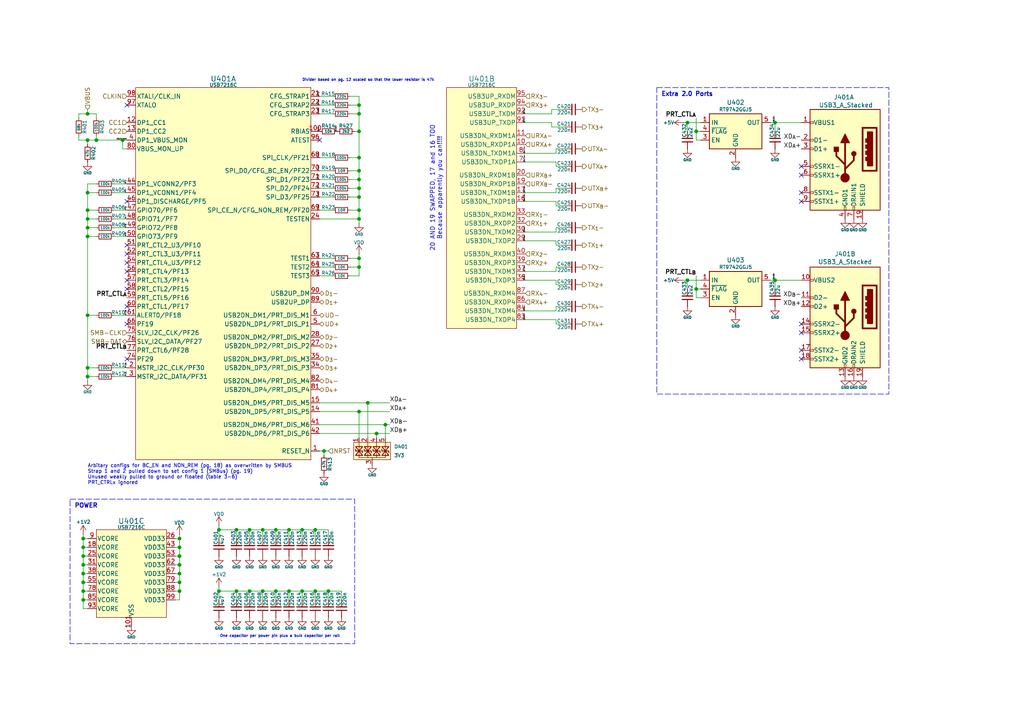
<source format=kicad_sch>
(kicad_sch (version 20250114) (generator "eeschema") (generator_version "9.0")
  (paper "A4")
  (rectangle (start 190.5 25.4) (end 257.81 114.3) (stroke (width 0) (type dash)))
  (rectangle (start 20.32 144.78) (end 102.87 186.69) (stroke (width 0) (type dash)))
  (text "Extra 2.0 Ports" (at 191.77 26.67 0) (effects (font (size 1.27 1.27) (thickness 0.254) (bold yes)) (justify left top)))
  (text "One capacitor per power pin plus a bulk capacitor per rail" (at 63.754 184.15 0) (effects (font (size 0.762 0.762)) (justify left top)))
  (text "20 AND 19 SWAPPED, 17 and 16 TOO\nBecause apparently you can!!!!" (at 126.492 54.61 90) (effects (font (size 1.27 1.27))))
  (text "Divider based on pg. 12 scaled so that the lower resistor is 47k" (at 87.63 22.86 0) (effects (font (size 0.762 0.762)) (justify left top)))
  (text "Arbitary configs for BC_EN and NON_REM (pg. 18) as overwritten by SMBUS\nStrap 1 and 2 pulled down to set config 1 (SMBus) (pg. 19)\nUnused weakly pulled to ground or floated (table 3-6)\nPRT_CTRLx ignored" (at 25.4 134.62 0) (effects (font (size 1.016 1.016)) (justify left top)))
  (text "POWER" (at 21.59 146.05 0) (effects (font (size 1.27 1.27) (thickness 0.254) (bold yes)) (justify left top)))
  (junction (at 91.44 153.67))
  (junction (at 25.4 63.5))
  (junction (at 24.13 163.83))
  (junction (at 25.4 40.64))
  (junction (at 24.13 161.29))
  (junction (at 27.94 40.64))
  (junction (at 104.14 74.93))
  (junction (at 95.25 171.45))
  (junction (at 106.68 116.84))
  (junction (at 25.4 91.44))
  (junction (at 104.14 63.5))
  (junction (at 93.98 130.81))
  (junction (at 109.22 125.73))
  (junction (at 104.14 60.96))
  (junction (at 24.13 166.37))
  (junction (at 52.07 163.83))
  (junction (at 201.93 83.82))
  (junction (at 87.63 171.45))
  (junction (at 224.79 35.56))
  (junction (at 111.76 123.19))
  (junction (at 25.4 33.02))
  (junction (at 68.58 153.67))
  (junction (at 104.14 49.53))
  (junction (at 104.14 119.38))
  (junction (at 80.01 153.67))
  (junction (at 68.58 171.45))
  (junction (at 83.82 153.67))
  (junction (at 25.4 68.58))
  (junction (at 24.13 171.45))
  (junction (at 24.13 173.99))
  (junction (at 52.07 158.75))
  (junction (at 104.14 33.02))
  (junction (at 104.14 54.61))
  (junction (at 104.14 38.1))
  (junction (at 52.07 168.91))
  (junction (at 24.13 156.21))
  (junction (at 25.4 60.96))
  (junction (at 52.07 166.37))
  (junction (at 87.63 153.67))
  (junction (at 25.4 106.68))
  (junction (at 104.14 52.07))
  (junction (at 83.82 171.45))
  (junction (at 201.93 38.1))
  (junction (at 25.4 109.22))
  (junction (at 63.5 171.45))
  (junction (at 63.5 153.67))
  (junction (at 199.39 35.56))
  (junction (at 80.01 171.45))
  (junction (at 52.07 156.21))
  (junction (at 199.39 81.28))
  (junction (at 224.79 81.28))
  (junction (at 104.14 77.47))
  (junction (at 76.2 171.45))
  (junction (at 24.13 158.75))
  (junction (at 52.07 171.45))
  (junction (at 25.4 66.04))
  (junction (at 72.39 171.45))
  (junction (at 104.14 57.15))
  (junction (at 25.4 55.88))
  (junction (at 24.13 168.91))
  (junction (at 104.14 30.48))
  (junction (at 104.14 45.72))
  (junction (at 91.44 171.45))
  (junction (at 35.56 40.64))
  (junction (at 52.07 161.29))
  (junction (at 76.2 153.67))
  (junction (at 72.39 153.67))
  (no_connect (at 36.83 81.28))
  (no_connect (at 36.83 71.12))
  (no_connect (at 36.83 104.14))
  (no_connect (at 36.83 30.48))
  (no_connect (at 232.41 50.8))
  (no_connect (at 232.41 58.42))
  (no_connect (at 36.83 76.2))
  (no_connect (at 232.41 93.98))
  (no_connect (at 36.83 73.66))
  (no_connect (at 36.83 93.98))
  (no_connect (at 36.83 83.82))
  (no_connect (at 232.41 101.6))
  (no_connect (at 36.83 78.74))
  (no_connect (at 232.41 48.26))
  (no_connect (at 232.41 96.52))
  (no_connect (at 36.83 58.42))
  (no_connect (at 36.83 88.9))
  (no_connect (at 232.41 55.88))
  (no_connect (at 232.41 104.14))
  (no_connect (at 92.71 40.64))
  (wire (pts (xy 25.4 91.44) (xy 27.94 91.44)))
  (wire (pts (xy 83.82 171.45) (xy 83.82 173.99)))
  (wire (pts (xy 163.83 93.98) (xy 161.29 93.98)))
  (wire (pts (xy 35.56 40.64) (xy 27.94 40.64)))
  (wire (pts (xy 96.52 49.53) (xy 92.71 49.53)))
  (wire (pts (xy 104.14 60.96) (xy 101.6 60.96)))
  (wire (pts (xy 96.52 57.15) (xy 92.71 57.15)))
  (wire (pts (xy 163.83 54.61) (xy 161.29 54.61)))
  (wire (pts (xy 161.29 58.42) (xy 152.4 58.42)))
  (wire (pts (xy 224.79 81.28) (xy 232.41 81.28)))
  (wire (pts (xy 22.86 40.64) (xy 25.4 40.64)))
  (wire (pts (xy 104.14 52.07) (xy 104.14 54.61)))
  (wire (pts (xy 24.13 163.83) (xy 24.13 161.29)))
  (wire (pts (xy 22.86 39.37) (xy 22.86 40.64)))
  (wire (pts (xy 36.83 106.68) (xy 33.02 106.68)))
  (wire (pts (xy 161.29 77.47) (xy 161.29 78.74)))
  (wire (pts (xy 50.8 163.83) (xy 52.07 163.83)))
  (wire (pts (xy 25.4 33.02) (xy 22.86 33.02)))
  (wire (pts (xy 201.93 40.64) (xy 203.2 40.64)))
  (wire (pts (xy 95.25 130.81) (xy 93.98 130.81)))
  (wire (pts (xy 106.68 116.84) (xy 113.03 116.84)))
  (wire (pts (xy 27.94 34.29) (xy 27.94 33.02)))
  (wire (pts (xy 92.71 119.38) (xy 104.14 119.38)))
  (wire (pts (xy 36.83 55.88) (xy 33.02 55.88)))
  (wire (pts (xy 25.4 66.04) (xy 25.4 68.58)))
  (wire (pts (xy 104.14 33.02) (xy 101.6 33.02)))
  (wire (pts (xy 224.79 38.1) (xy 224.79 35.56)))
  (wire (pts (xy 163.83 77.47) (xy 161.29 77.47)))
  (wire (pts (xy 24.13 171.45) (xy 25.4 171.45)))
  (wire (pts (xy 224.79 35.56) (xy 232.41 35.56)))
  (wire (pts (xy 161.29 92.71) (xy 152.4 92.71)))
  (wire (pts (xy 25.4 55.88) (xy 25.4 60.96)))
  (wire (pts (xy 96.52 54.61) (xy 92.71 54.61)))
  (wire (pts (xy 52.07 158.75) (xy 52.07 156.21)))
  (wire (pts (xy 104.14 49.53) (xy 101.6 49.53)))
  (wire (pts (xy 25.4 176.53) (xy 24.13 176.53)))
  (wire (pts (xy 36.83 40.64) (xy 35.56 40.64)))
  (wire (pts (xy 95.25 153.67) (xy 95.25 156.21)))
  (wire (pts (xy 93.98 130.81) (xy 92.71 130.81)))
  (wire (pts (xy 52.07 154.94) (xy 52.07 156.21)))
  (wire (pts (xy 104.14 80.01) (xy 104.14 77.47)))
  (wire (pts (xy 36.83 68.58) (xy 33.02 68.58)))
  (wire (pts (xy 63.5 153.67) (xy 63.5 156.21)))
  (wire (pts (xy 201.93 86.36) (xy 203.2 86.36)))
  (wire (pts (xy 92.71 123.19) (xy 111.76 123.19)))
  (wire (pts (xy 52.07 161.29) (xy 52.07 158.75)))
  (wire (pts (xy 104.14 54.61) (xy 101.6 54.61)))
  (wire (pts (xy 91.44 171.45) (xy 91.44 173.99)))
  (wire (pts (xy 68.58 171.45) (xy 68.58 173.99)))
  (wire (pts (xy 83.82 153.67) (xy 83.82 156.21)))
  (wire (pts (xy 104.14 45.72) (xy 104.14 49.53)))
  (wire (pts (xy 104.14 60.96) (xy 104.14 63.5)))
  (wire (pts (xy 161.29 66.04) (xy 161.29 67.31)))
  (wire (pts (xy 96.52 74.93) (xy 92.71 74.93)))
  (wire (pts (xy 83.82 153.67) (xy 87.63 153.67)))
  (wire (pts (xy 87.63 153.67) (xy 87.63 156.21)))
  (wire (pts (xy 104.14 63.5) (xy 104.14 64.77)))
  (wire (pts (xy 80.01 153.67) (xy 83.82 153.67)))
  (wire (pts (xy 201.93 38.1) (xy 201.93 40.64)))
  (wire (pts (xy 109.22 125.73) (xy 113.03 125.73)))
  (wire (pts (xy 50.8 173.99) (xy 52.07 173.99)))
  (wire (pts (xy 199.39 81.28) (xy 199.39 83.82)))
  (wire (pts (xy 203.2 38.1) (xy 201.93 38.1)))
  (wire (pts (xy 163.83 66.04) (xy 161.29 66.04)))
  (wire (pts (xy 91.44 153.67) (xy 91.44 156.21)))
  (wire (pts (xy 27.94 68.58) (xy 25.4 68.58)))
  (wire (pts (xy 25.4 68.58) (xy 25.4 91.44)))
  (wire (pts (xy 36.83 63.5) (xy 33.02 63.5)))
  (wire (pts (xy 87.63 153.67) (xy 91.44 153.67)))
  (wire (pts (xy 93.98 130.81) (xy 93.98 132.08)))
  (wire (pts (xy 161.29 54.61) (xy 161.29 55.88)))
  (wire (pts (xy 160.02 31.75) (xy 160.02 33.02)))
  (wire (pts (xy 198.12 81.28) (xy 199.39 81.28)))
  (wire (pts (xy 24.13 173.99) (xy 24.13 171.45)))
  (wire (pts (xy 36.83 53.34) (xy 33.02 53.34)))
  (wire (pts (xy 96.52 80.01) (xy 92.71 80.01)))
  (wire (pts (xy 25.4 60.96) (xy 25.4 63.5)))
  (wire (pts (xy 104.14 30.48) (xy 101.6 30.48)))
  (wire (pts (xy 27.94 39.37) (xy 27.94 40.64)))
  (wire (pts (xy 24.13 156.21) (xy 24.13 154.94)))
  (wire (pts (xy 223.52 81.28) (xy 224.79 81.28)))
  (wire (pts (xy 163.83 43.18) (xy 161.29 43.18)))
  (wire (pts (xy 50.8 168.91) (xy 52.07 168.91)))
  (wire (pts (xy 161.29 69.85) (xy 152.4 69.85)))
  (wire (pts (xy 80.01 153.67) (xy 80.01 156.21)))
  (wire (pts (xy 76.2 171.45) (xy 80.01 171.45)))
  (wire (pts (xy 161.29 43.18) (xy 161.29 44.45)))
  (wire (pts (xy 25.4 63.5) (xy 25.4 66.04)))
  (wire (pts (xy 104.14 77.47) (xy 101.6 77.47)))
  (wire (pts (xy 24.13 161.29) (xy 25.4 161.29)))
  (wire (pts (xy 63.5 171.45) (xy 68.58 171.45)))
  (wire (pts (xy 22.86 33.02) (xy 22.86 34.29)))
  (wire (pts (xy 161.29 59.69) (xy 161.29 58.42)))
  (wire (pts (xy 24.13 176.53) (xy 24.13 173.99)))
  (wire (pts (xy 52.07 171.45) (xy 52.07 168.91)))
  (wire (pts (xy 104.14 52.07) (xy 101.6 52.07)))
  (wire (pts (xy 24.13 156.21) (xy 25.4 156.21)))
  (wire (pts (xy 203.2 83.82) (xy 201.93 83.82)))
  (wire (pts (xy 92.71 125.73) (xy 109.22 125.73)))
  (wire (pts (xy 104.14 63.5) (xy 92.71 63.5)))
  (wire (pts (xy 27.94 109.22) (xy 25.4 109.22)))
  (wire (pts (xy 199.39 35.56) (xy 203.2 35.56)))
  (wire (pts (xy 87.63 171.45) (xy 87.63 173.99)))
  (wire (pts (xy 68.58 171.45) (xy 72.39 171.45)))
  (wire (pts (xy 68.58 153.67) (xy 68.58 156.21)))
  (wire (pts (xy 104.14 74.93) (xy 101.6 74.93)))
  (wire (pts (xy 27.94 106.68) (xy 25.4 106.68)))
  (wire (pts (xy 161.29 90.17) (xy 152.4 90.17)))
  (wire (pts (xy 161.29 44.45) (xy 152.4 44.45)))
  (wire (pts (xy 36.83 60.96) (xy 33.02 60.96)))
  (wire (pts (xy 24.13 158.75) (xy 24.13 156.21)))
  (wire (pts (xy 24.13 166.37) (xy 24.13 163.83)))
  (wire (pts (xy 63.5 171.45) (xy 63.5 173.99)))
  (wire (pts (xy 52.07 156.21) (xy 50.8 156.21)))
  (wire (pts (xy 224.79 83.82) (xy 224.79 81.28)))
  (wire (pts (xy 104.14 77.47) (xy 104.14 74.93)))
  (wire (pts (xy 96.52 60.96) (xy 92.71 60.96)))
  (wire (pts (xy 104.14 119.38) (xy 113.03 119.38)))
  (wire (pts (xy 201.93 83.82) (xy 201.93 86.36)))
  (wire (pts (xy 83.82 171.45) (xy 87.63 171.45)))
  (wire (pts (xy 161.29 93.98) (xy 161.29 92.71)))
  (wire (pts (xy 161.29 55.88) (xy 152.4 55.88)))
  (wire (pts (xy 76.2 153.67) (xy 80.01 153.67)))
  (wire (pts (xy 50.8 158.75) (xy 52.07 158.75)))
  (wire (pts (xy 163.83 82.55) (xy 161.29 82.55)))
  (wire (pts (xy 96.52 27.94) (xy 92.71 27.94)))
  (wire (pts (xy 52.07 173.99) (xy 52.07 171.45)))
  (wire (pts (xy 104.14 57.15) (xy 104.14 60.96)))
  (wire (pts (xy 96.52 77.47) (xy 92.71 77.47)))
  (wire (pts (xy 52.07 166.37) (xy 52.07 163.83)))
  (wire (pts (xy 52.07 161.29) (xy 52.07 163.83)))
  (wire (pts (xy 27.94 40.64) (xy 25.4 40.64)))
  (wire (pts (xy 104.14 30.48) (xy 104.14 33.02)))
  (wire (pts (xy 111.76 123.19) (xy 113.03 123.19)))
  (wire (pts (xy 152.4 35.56) (xy 160.02 35.56)))
  (wire (pts (xy 163.83 71.12) (xy 161.29 71.12)))
  (wire (pts (xy 163.83 36.83) (xy 160.02 36.83)))
  (wire (pts (xy 87.63 171.45) (xy 91.44 171.45)))
  (wire (pts (xy 96.52 45.72) (xy 92.71 45.72)))
  (wire (pts (xy 99.06 171.45) (xy 95.25 171.45)))
  (wire (pts (xy 163.83 48.26) (xy 161.29 48.26)))
  (wire (pts (xy 160.02 36.83) (xy 160.02 35.56)))
  (wire (pts (xy 27.94 60.96) (xy 25.4 60.96)))
  (wire (pts (xy 24.13 168.91) (xy 25.4 168.91)))
  (wire (pts (xy 104.14 54.61) (xy 104.14 57.15)))
  (wire (pts (xy 163.83 31.75) (xy 160.02 31.75)))
  (wire (pts (xy 27.94 66.04) (xy 25.4 66.04)))
  (wire (pts (xy 198.12 35.56) (xy 199.39 35.56)))
  (wire (pts (xy 91.44 171.45) (xy 95.25 171.45)))
  (wire (pts (xy 199.39 35.56) (xy 199.39 38.1)))
  (wire (pts (xy 161.29 81.28) (xy 152.4 81.28)))
  (wire (pts (xy 72.39 153.67) (xy 72.39 156.21)))
  (wire (pts (xy 161.29 82.55) (xy 161.29 81.28)))
  (wire (pts (xy 104.14 27.94) (xy 101.6 27.94)))
  (wire (pts (xy 163.83 88.9) (xy 161.29 88.9)))
  (wire (pts (xy 36.83 109.22) (xy 33.02 109.22)))
  (wire (pts (xy 63.5 153.67) (xy 68.58 153.67)))
  (wire (pts (xy 72.39 171.45) (xy 76.2 171.45)))
  (wire (pts (xy 35.56 40.64) (xy 35.56 43.18)))
  (wire (pts (xy 161.29 71.12) (xy 161.29 69.85)))
  (wire (pts (xy 36.83 66.04) (xy 33.02 66.04)))
  (wire (pts (xy 101.6 80.01) (xy 104.14 80.01)))
  (wire (pts (xy 161.29 88.9) (xy 161.29 90.17)))
  (wire (pts (xy 223.52 35.56) (xy 224.79 35.56)))
  (wire (pts (xy 27.94 55.88) (xy 25.4 55.88)))
  (wire (pts (xy 104.14 74.93) (xy 104.14 73.66)))
  (wire (pts (xy 68.58 153.67) (xy 72.39 153.67)))
  (wire (pts (xy 104.14 38.1) (xy 104.14 45.72)))
  (wire (pts (xy 104.14 33.02) (xy 104.14 38.1)))
  (wire (pts (xy 72.39 153.67) (xy 76.2 153.67)))
  (wire (pts (xy 50.8 171.45) (xy 52.07 171.45)))
  (wire (pts (xy 91.44 153.67) (xy 95.25 153.67)))
  (wire (pts (xy 161.29 78.74) (xy 152.4 78.74)))
  (wire (pts (xy 36.83 91.44) (xy 33.02 91.44)))
  (wire (pts (xy 50.8 166.37) (xy 52.07 166.37)))
  (wire (pts (xy 76.2 153.67) (xy 76.2 156.21)))
  (wire (pts (xy 104.14 38.1) (xy 102.87 38.1)))
  (wire (pts (xy 36.83 43.18) (xy 35.56 43.18)))
  (wire (pts (xy 24.13 171.45) (xy 24.13 168.91)))
  (wire (pts (xy 104.14 27.94) (xy 104.14 30.48)))
  (wire (pts (xy 63.5 152.4) (xy 63.5 153.67)))
  (wire (pts (xy 92.71 116.84) (xy 106.68 116.84)))
  (wire (pts (xy 52.07 168.91) (xy 52.07 166.37)))
  (wire (pts (xy 161.29 67.31) (xy 152.4 67.31)))
  (wire (pts (xy 27.94 53.34) (xy 25.4 53.34)))
  (wire (pts (xy 25.4 106.68) (xy 25.4 109.22)))
  (wire (pts (xy 106.68 116.84) (xy 106.68 127)))
  (wire (pts (xy 24.13 166.37) (xy 25.4 166.37)))
  (wire (pts (xy 27.94 63.5) (xy 25.4 63.5)))
  (wire (pts (xy 104.14 57.15) (xy 101.6 57.15)))
  (wire (pts (xy 24.13 168.91) (xy 24.13 166.37)))
  (wire (pts (xy 96.52 30.48) (xy 92.71 30.48)))
  (wire (pts (xy 161.29 48.26) (xy 161.29 46.99)))
  (wire (pts (xy 104.14 49.53) (xy 104.14 52.07)))
  (wire (pts (xy 201.93 34.29) (xy 201.93 38.1)))
  (wire (pts (xy 163.83 59.69) (xy 161.29 59.69)))
  (wire (pts (xy 24.13 161.29) (xy 24.13 158.75)))
  (wire (pts (xy 24.13 158.75) (xy 25.4 158.75)))
  (wire (pts (xy 25.4 40.64) (xy 25.4 41.91)))
  (wire (pts (xy 25.4 31.75) (xy 25.4 33.02)))
  (wire (pts (xy 96.52 52.07) (xy 92.71 52.07)))
  (wire (pts (xy 72.39 171.45) (xy 72.39 173.99)))
  (wire (pts (xy 99.06 173.99) (xy 99.06 171.45)))
  (wire (pts (xy 76.2 171.45) (xy 76.2 173.99)))
  (wire (pts (xy 104.14 45.72) (xy 101.6 45.72)))
  (wire (pts (xy 25.4 109.22) (xy 25.4 110.49)))
  (wire (pts (xy 25.4 53.34) (xy 25.4 55.88)))
  (wire (pts (xy 160.02 33.02) (xy 152.4 33.02)))
  (wire (pts (xy 25.4 91.44) (xy 25.4 106.68)))
  (wire (pts (xy 27.94 33.02) (xy 25.4 33.02)))
  (wire (pts (xy 109.22 125.73) (xy 109.22 127)))
  (wire (pts (xy 201.93 80.01) (xy 201.93 83.82)))
  (wire (pts (xy 199.39 81.28) (xy 203.2 81.28)))
  (wire (pts (xy 80.01 171.45) (xy 83.82 171.45)))
  (wire (pts (xy 24.13 163.83) (xy 25.4 163.83)))
  (wire (pts (xy 161.29 46.99) (xy 152.4 46.99)))
  (wire (pts (xy 80.01 171.45) (xy 80.01 173.99)))
  (wire (pts (xy 95.25 171.45) (xy 95.25 173.99)))
  (wire (pts (xy 25.4 173.99) (xy 24.13 173.99)))
  (wire (pts (xy 63.5 170.18) (xy 63.5 171.45)))
  (wire (pts (xy 111.76 123.19) (xy 111.76 127)))
  (wire (pts (xy 96.52 33.02) (xy 92.71 33.02)))
  (wire (pts (xy 104.14 119.38) (xy 104.14 127)))
  (wire (pts (xy 50.8 161.29) (xy 52.07 161.29)))
  (label "PF24" (at 92.71 54.61 90) (effects (font (size 0.381 0.381) (thickness 0.254) (bold yes))))
  (label "PF7" (at 36.83 63.5 90) (effects (font (size 0.381 0.381) (thickness 0.254) (bold yes))))
  (label "XD_{A}+" (at 113.03 119.38 0))
  (label "PF25" (at 92.71 57.15 90) (effects (font (size 0.381 0.381) (thickness 0.254) (bold yes))))
  (label "CFG3" (at 92.71 33.02 90) (effects (font (size 0.381 0.381) (thickness 0.254) (bold yes))))
  (label "TEST1" (at 92.71 74.93 90) (effects (font (size 0.381 0.381) (thickness 0.254) (bold yes))))
  (label "VBUS_MON" (at 36.83 40.64 180) (effects (font (size 0.381 0.381) (thickness 0.254) (bold yes))))
  (label "XD_{B}-" (at 113.03 123.19 0))
  (label "QUTX_{A}-" (at 152.4 44.45 90) (effects (font (size 0.381 0.381) (thickness 0.254) (bold yes))))
  (label "QUTX_{A}+" (at 152.4 46.99 90) (effects (font (size 0.381 0.381) (thickness 0.254) (bold yes))))
  (label "VBUSB" (at 224.79 81.28 90) (effects (font (size 0.381 0.381) (thickness 0.254) (bold yes))))
  (label "PF23" (at 92.71 52.07 90) (effects (font (size 0.381 0.381) (thickness 0.254) (bold yes))))
  (label "QTX_{2}-" (at 152.4 67.31 90) (effects (font (size 0.381 0.381) (thickness 0.254) (bold yes))))
  (label "PRT_CTL_{A}" (at 201.93 34.29 180) (effects (font (thickness 0.254) (bold yes))))
  (label "XD_{A}-" (at 232.41 40.64 180))
  (label "PF3" (at 36.83 53.34 90) (effects (font (size 0.381 0.381) (thickness 0.254) (bold yes))))
  (label "PF21" (at 92.71 45.72 90) (effects (font (size 0.381 0.381) (thickness 0.254) (bold yes))))
  (label "PRT_CTL_{A}" (at 36.83 86.36 180) (effects (font (thickness 0.254) (bold yes))))
  (label "PF30" (at 36.83 106.68 90) (effects (font (size 0.381 0.381) (thickness 0.254) (bold yes))))
  (label "XD_{A}-" (at 113.03 116.84 0))
  (label "PF4" (at 36.83 55.88 90) (effects (font (size 0.381 0.381) (thickness 0.254) (bold yes))))
  (label "PF31" (at 36.83 109.22 90) (effects (font (size 0.381 0.381) (thickness 0.254) (bold yes))))
  (label "TEST3" (at 92.71 80.01 90) (effects (font (size 0.381 0.381) (thickness 0.254) (bold yes))))
  (label "QTX_{1}+" (at 152.4 35.56 90) (effects (font (size 0.381 0.381) (thickness 0.254) (bold yes))))
  (label "QTX_{4}+" (at 152.4 92.71 90) (effects (font (size 0.381 0.381) (thickness 0.254) (bold yes))))
  (label "BIASM" (at 97.79 38.1 90) (effects (font (size 0.381 0.381) (thickness 0.254) (bold yes))))
  (label "VBUSA" (at 224.79 35.56 90) (effects (font (size 0.381 0.381) (thickness 0.254) (bold yes))))
  (label "PF6" (at 36.83 60.96 90) (effects (font (size 0.381 0.381) (thickness 0.254) (bold yes))))
  (label "QTX_{3}-" (at 152.4 78.74 90) (effects (font (size 0.381 0.381) (thickness 0.254) (bold yes))))
  (label "PF22" (at 92.71 49.53 90) (effects (font (size 0.381 0.381) (thickness 0.254) (bold yes))))
  (label "PRT_CTL_{B}" (at 36.83 101.6 180) (effects (font (thickness 0.254) (bold yes))))
  (label "CFG1" (at 92.71 27.94 90) (effects (font (size 0.381 0.381) (thickness 0.254) (bold yes))))
  (label "PF18" (at 36.83 91.44 90) (effects (font (size 0.381 0.381) (thickness 0.254) (bold yes))))
  (label "XD_{A}+" (at 232.41 43.18 180))
  (label "TEST2" (at 92.71 77.47 90) (effects (font (size 0.381 0.381) (thickness 0.254) (bold yes))))
  (label "XD_{B}+" (at 232.41 88.9 180))
  (label "XD_{B}-" (at 232.41 86.36 180))
  (label "QTX_{2}+" (at 152.4 69.85 90) (effects (font (size 0.381 0.381) (thickness 0.254) (bold yes))))
  (label "PRT_CTL_{B}" (at 201.93 80.01 180) (effects (font (thickness 0.254) (bold yes))))
  (label "XD_{B}+" (at 113.03 125.73 0))
  (label "BIAS" (at 92.71 38.1 90) (effects (font (size 0.381 0.381) (thickness 0.254) (bold yes))))
  (label "QTX_{1}-" (at 152.4 33.02 90) (effects (font (size 0.381 0.381) (thickness 0.254) (bold yes))))
  (label "PF9" (at 36.83 68.58 90) (effects (font (size 0.381 0.381) (thickness 0.254) (bold yes))))
  (label "QTX_{3}+" (at 152.4 81.28 90) (effects (font (size 0.381 0.381) (thickness 0.254) (bold yes))))
  (label "PF20" (at 92.71 60.96 90) (effects (font (size 0.381 0.381) (thickness 0.254) (bold yes))))
  (label "QUTX_{B}-" (at 152.4 55.88 90) (effects (font (size 0.381 0.381) (thickness 0.254) (bold yes))))
  (label "PF8" (at 36.83 66.04 90) (effects (font (size 0.381 0.381) (thickness 0.254) (bold yes))))
  (label "QTX_{4}-" (at 152.4 90.17 90) (effects (font (size 0.381 0.381) (thickness 0.254) (bold yes))))
  (label "CFG2" (at 92.71 30.48 90) (effects (font (size 0.381 0.381) (thickness 0.254) (bold yes))))
  (label "QUTX_{B}+" (at 152.4 58.42 90) (effects (font (size 0.381 0.381) (thickness 0.254) (bold yes))))
  (hierarchical_label "UD+" (shape bidirectional) (at 92.71 93.98 0))
  (hierarchical_label "TX_{4}-" (shape output) (at 168.91 88.9 0))
  (hierarchical_label "UTX_{B}+" (shape output) (at 168.91 54.61 0))
  (hierarchical_label "URX_{A}+" (shape input) (at 152.4 41.91 0))
  (hierarchical_label "TX_{3}-" (shape output) (at 168.91 31.75 0))
  (hierarchical_label "RX_{3}+" (shape input) (at 152.4 30.48 0))
  (hierarchical_label "UD-" (shape bidirectional) (at 92.71 91.44 0))
  (hierarchical_label "VBUS" (shape input) (at 25.4 31.75 90))
  (hierarchical_label "TX_{2}-" (shape output) (at 168.91 77.47 0))
  (hierarchical_label "SMB-CLK" (shape input) (at 36.83 96.52 180))
  (hierarchical_label "RX_{1}+" (shape input) (at 152.4 64.77 0))
  (hierarchical_label "D_{1}-" (shape bidirectional) (at 92.71 85.09 0))
  (hierarchical_label "D_{4}+" (shape bidirectional) (at 92.71 113.03 0))
  (hierarchical_label "TX_{2}+" (shape output) (at 168.91 82.55 0))
  (hierarchical_label "D_{4}-" (shape bidirectional) (at 92.71 110.49 0))
  (hierarchical_label "RX_{2}+" (shape input) (at 152.4 76.2 0))
  (hierarchical_label "D_{1}+" (shape bidirectional) (at 92.71 87.63 0))
  (hierarchical_label "TX_{3}+" (shape output) (at 168.91 36.83 0))
  (hierarchical_label "RX_{1}-" (shape input) (at 152.4 62.23 0))
  (hierarchical_label "D_{2}+" (shape bidirectional) (at 92.71 100.33 0))
  (hierarchical_label "URX_{B}+" (shape input) (at 152.4 50.8 0))
  (hierarchical_label "D_{3}-" (shape bidirectional) (at 92.71 104.14 0))
  (hierarchical_label "URX_{B}-" (shape input) (at 152.4 53.34 0))
  (hierarchical_label "TX_{1}-" (shape output) (at 168.91 66.04 0))
  (hierarchical_label "D_{3}+" (shape bidirectional) (at 92.71 106.68 0))
  (hierarchical_label "RX_{4}+" (shape input) (at 152.4 87.63 0))
  (hierarchical_label "CC2" (shape input) (at 36.83 38.1 180))
  (hierarchical_label "D_{2}-" (shape bidirectional) (at 92.71 97.79 0))
  (hierarchical_label "RX_{4}-" (shape input) (at 152.4 85.09 0))
  (hierarchical_label "RX_{3}-" (shape input) (at 152.4 27.94 0))
  (hierarchical_label "RX_{2}-" (shape input) (at 152.4 73.66 0))
  (hierarchical_label "UTX_{A}-" (shape output) (at 168.91 43.18 0))
  (hierarchical_label "UTX_{B}-" (shape output) (at 168.91 59.69 0))
  (hierarchical_label "SMB-DAT" (shape bidirectional) (at 36.83 99.06 180))
  (hierarchical_label "CLKIN" (shape input) (at 36.83 27.94 180))
  (hierarchical_label "UTX_{A}+" (shape output) (at 168.91 48.26 0))
  (hierarchical_label "NRST" (shape input) (at 95.25 130.81 0))
  (hierarchical_label "TX_{1}+" (shape output) (at 168.91 71.12 0))
  (hierarchical_label "CC1" (shape input) (at 36.83 35.56 180))
  (hierarchical_label "TX_{4}+" (shape output) (at 168.91 93.98 0))
  (hierarchical_label "URX_{A}-" (shape input) (at 152.4 39.37 0))
  (symbol (lib_id "Bluesat:C_CompactV") (at 63.5 176.53 0) (unit 1)
    (property "Reference" "C402" (at 62.611 175.768 90) (effects (font (size 1.016 1.016)) (justify left)))
    (property "Value" "4u7" (at 64.389 175.768 90) (effects (font (size 1.016 1.016)) (justify left)))
    (property "Footprint" "Capacitor_SMD:C_0805_2012Metric" (effects (hide yes)))
    (property "Description" "Unpolarized capacitor, compact symbol" (effects (hide yes)))
  )
  (symbol (lib_id "Bluesat:R_CompactH") (at 93.98 134.62 90) (unit 1)
    (property "Reference" "R413" (at 96.266 136.652 0) (effects (font (size 1.016 1.016)) (justify left bottom)))
    (property "Value" "47k" (at 93.98 134.62 0) (effects (font (size 0.762 0.762))))
    (property "Footprint" "Resistor_SMD:R_0402_1005Metric" (effects (hide yes)))
    (property "Description" "Resistor, compact symbol" (effects (hide yes)))
  )
  (symbol (lib_id "power:GND") (at 199.39 43.18 0) (mirror y) (unit 1)
    (property "Reference" "#PWR0433" (effects (hide yes)))
    (property "Value" "GND" (at 199.39 46.355 0) (effects (font (size 0.762 0.762))))
    (property "Description" "Power symbol creates a global label with name \"GND\" , ground" (effects (hide yes)))
  )
  (symbol (lib_id "power:GND") (at 76.2 179.07 0) (unit 1)
    (property "Reference" "#PWR0415" (effects (hide yes)))
    (property "Value" "GND" (at 76.2 182.245 0) (effects (font (size 0.762 0.762))))
    (property "Description" "Power symbol creates a global label with name \"GND\" , ground" (effects (hide yes)))
  )
  (symbol (lib_id "Bluesat:R_CompactH") (at 30.48 66.04 0) (unit 1)
    (property "Reference" "R408" (at 32.258 65.786 0) (effects (font (size 1.016 1.016)) (justify left bottom)))
    (property "Value" "100k" (at 30.48 66.04 0) (effects (font (size 0.762 0.762))))
    (property "Footprint" "Resistor_SMD:R_0402_1005Metric" (effects (hide yes)))
    (property "Description" "Resistor, compact symbol" (effects (hide yes)))
  )
  (symbol (lib_id "Bluesat:C_CompactV") (at 166.37 54.61 90) (mirror x) (unit 1)
    (property "Reference" "C424" (at 165.608 53.721 90) (effects (font (size 1.016 1.016)) (justify left)))
    (property "Value" "220n" (at 165.608 55.499 90) (effects (font (size 1.016 1.016)) (justify left)))
    (property "Footprint" "Capacitor_SMD:C_0402_1005Metric" (effects (hide yes)))
    (property "Description" "Unpolarized capacitor, compact symbol" (effects (hide yes)))
  )
  (symbol (lib_id "Bluesat:C_CompactV") (at 76.2 176.53 0) (unit 1)
    (property "Reference" "C408" (at 75.311 175.768 90) (effects (font (size 1.016 1.016)) (justify left)))
    (property "Value" "220n" (at 77.089 175.768 90) (effects (font (size 1.016 1.016)) (justify left)))
    (property "Footprint" "Capacitor_SMD:C_0402_1005Metric" (effects (hide yes)))
    (property "Description" "Unpolarized capacitor, compact symbol" (effects (hide yes)))
  )
  (symbol (lib_id "Bluesat:R_CompactH") (at 22.86 36.83 90) (unit 1)
    (property "Reference" "R401" (at 25.146 38.862 0) (effects (font (size 1.016 1.016)) (justify left bottom)))
    (property "Value" "68k" (at 22.86 36.83 0) (effects (font (size 0.762 0.762))))
    (property "Footprint" "Resistor_SMD:R_0402_1005Metric" (effects (hide yes)))
    (property "Description" "Resistor, compact symbol" (effects (hide yes)))
  )
  (symbol (lib_id "Bluesat:C_CompactV") (at 166.37 77.47 90) (mirror x) (unit 1)
    (property "Reference" "C428" (at 165.608 76.581 90) (effects (font (size 1.016 1.016)) (justify left)))
    (property "Value" "220n" (at 165.608 78.359 90) (effects (font (size 1.016 1.016)) (justify left)))
    (property "Footprint" "Capacitor_SMD:C_0402_1005Metric" (effects (hide yes)))
    (property "Description" "Unpolarized capacitor, compact symbol" (effects (hide yes)))
  )
  (symbol (lib_id "Bluesat:C_CompactV") (at 80.01 158.75 0) (unit 1)
    (property "Reference" "C409" (at 79.121 157.988 90) (effects (font (size 1.016 1.016)) (justify left)))
    (property "Value" "220n" (at 80.899 157.988 90) (effects (font (size 1.016 1.016)) (justify left)))
    (property "Footprint" "Capacitor_SMD:C_0402_1005Metric" (effects (hide yes)))
    (property "Description" "Unpolarized capacitor, compact symbol" (effects (hide yes)))
  )
  (symbol (lib_id "Bluesat:C_CompactV") (at 166.37 88.9 90) (mirror x) (unit 1)
    (property "Reference" "C430" (at 165.608 88.011 90) (effects (font (size 1.016 1.016)) (justify left)))
    (property "Value" "220n" (at 165.608 89.789 90) (effects (font (size 1.016 1.016)) (justify left)))
    (property "Footprint" "Capacitor_SMD:C_0402_1005Metric" (effects (hide yes)))
    (property "Description" "Unpolarized capacitor, compact symbol" (effects (hide yes)))
  )
  (symbol (lib_id "Bluesat:C_CompactV") (at 76.2 158.75 0) (unit 1)
    (property "Reference" "C407" (at 75.311 157.988 90) (effects (font (size 1.016 1.016)) (justify left)))
    (property "Value" "220n" (at 77.089 157.988 90) (effects (font (size 1.016 1.016)) (justify left)))
    (property "Footprint" "Capacitor_SMD:C_0402_1005Metric" (effects (hide yes)))
    (property "Description" "Unpolarized capacitor, compact symbol" (effects (hide yes)))
  )
  (symbol (lib_id "power:GND") (at 245.11 109.22 0) (unit 1)
    (property "Reference" "#PWR0440" (effects (hide yes)))
    (property "Value" "GND" (at 245.11 112.395 0) (effects (font (size 0.762 0.762))))
    (property "Description" "Power symbol creates a global label with name \"GND\" , ground" (effects (hide yes)))
  )
  (symbol (lib_id "power:GND") (at 83.82 179.07 0) (unit 1)
    (property "Reference" "#PWR0419" (effects (hide yes)))
    (property "Value" "GND" (at 83.82 182.245 0) (effects (font (size 0.762 0.762))))
    (property "Description" "Power symbol creates a global label with name \"GND\" , ground" (effects (hide yes)))
  )
  (symbol (lib_id "Bluesat:C_CompactV") (at 99.06 176.53 0) (unit 1)
    (property "Reference" "C419" (at 98.171 175.768 90) (effects (font (size 1.016 1.016)) (justify left)))
    (property "Value" "220n" (at 99.949 175.768 90) (effects (font (size 1.016 1.016)) (justify left)))
    (property "Footprint" "Capacitor_SMD:C_0402_1005Metric" (effects (hide yes)))
    (property "Description" "Unpolarized capacitor, compact symbol" (effects (hide yes)))
  )
  (symbol (lib_id "power:VDD") (at 104.14 73.66 0) (mirror y) (unit 1)
    (property "Reference" "#PWR0429" (effects (hide yes)))
    (property "Value" "VDD" (at 104.14 70.358 0) (effects (font (size 1.016 1.016))))
    (property "Description" "Power symbol creates a global label with name \"VDD\"" (effects (hide yes)))
  )
  (symbol (lib_id "power:GND") (at 91.44 161.29 0) (unit 1)
    (property "Reference" "#PWR0422" (effects (hide yes)))
    (property "Value" "GND" (at 91.44 164.465 0) (effects (font (size 0.762 0.762))))
    (property "Description" "Power symbol creates a global label with name \"GND\" , ground" (effects (hide yes)))
  )
  (symbol (lib_id "power:GND") (at 68.58 161.29 0) (unit 1)
    (property "Reference" "#PWR0410" (effects (hide yes)))
    (property "Value" "GND" (at 68.58 164.465 0) (effects (font (size 0.762 0.762))))
    (property "Description" "Power symbol creates a global label with name \"GND\" , ground" (effects (hide yes)))
  )
  (symbol (lib_id "Bluesat:R_CompactH") (at 30.48 53.34 0) (unit 1)
    (property "Reference" "R404" (at 32.258 53.086 0) (effects (font (size 1.016 1.016)) (justify left bottom)))
    (property "Value" "100k" (at 30.48 53.34 0) (effects (font (size 0.762 0.762))))
    (property "Footprint" "Resistor_SMD:R_0402_1005Metric" (effects (hide yes)))
    (property "Description" "Resistor, compact symbol" (effects (hide yes)))
  )
  (symbol (lib_id "power:GND") (at 91.44 179.07 0) (unit 1)
    (property "Reference" "#PWR0423" (effects (hide yes)))
    (property "Value" "GND" (at 91.44 182.245 0) (effects (font (size 0.762 0.762))))
    (property "Description" "Power symbol creates a global label with name \"GND\" , ground" (effects (hide yes)))
  )
  (symbol (lib_id "Bluesat:R_CompactH") (at 30.48 60.96 0) (unit 1)
    (property "Reference" "R406" (at 32.258 60.706 0) (effects (font (size 1.016 1.016)) (justify left bottom)))
    (property "Value" "100k" (at 30.48 60.96 0) (effects (font (size 0.762 0.762))))
    (property "Footprint" "Resistor_SMD:R_0402_1005Metric" (effects (hide yes)))
    (property "Description" "Resistor, compact symbol" (effects (hide yes)))
  )
  (symbol (lib_id "power:GND") (at 247.65 63.5 0) (unit 1)
    (property "Reference" "#PWR0441" (effects (hide yes)))
    (property "Value" "GND" (at 247.65 66.675 0) (effects (font (size 0.762 0.762))))
    (property "Description" "Power symbol creates a global label with name \"GND\" , ground" (effects (hide yes)))
  )
  (symbol (lib_id "Bluesat:R_CompactH") (at 99.06 30.48 0) (mirror y) (unit 1)
    (property "Reference" "R416" (at 97.2185 30.2895 0) (effects (font (size 1.016 1.016)) (justify left bottom)))
    (property "Value" "220k" (at 99.06 30.48 0) (effects (font (size 0.762 0.762))))
    (property "Footprint" "Resistor_SMD:R_0402_1005Metric" (effects (hide yes)))
    (property "Description" "Resistor, compact symbol" (effects (hide yes)))
  )
  (symbol (lib_id "power:GND") (at 63.5 161.29 0) (unit 1)
    (property "Reference" "#PWR0407" (effects (hide yes)))
    (property "Value" "GND" (at 63.5 164.465 0) (effects (font (size 0.762 0.762))))
    (property "Description" "Power symbol creates a global label with name \"GND\" , ground" (effects (hide yes)))
  )
  (symbol (lib_id "power:GND") (at 87.63 161.29 0) (unit 1)
    (property "Reference" "#PWR0420" (effects (hide yes)))
    (property "Value" "GND" (at 87.63 164.465 0) (effects (font (size 0.762 0.762))))
    (property "Description" "Power symbol creates a global label with name \"GND\" , ground" (effects (hide yes)))
  )
  (symbol (lib_id "Bluesat:C_CompactV") (at 83.82 176.53 0) (unit 1)
    (property "Reference" "C412" (at 82.931 175.768 90) (effects (font (size 1.016 1.016)) (justify left)))
    (property "Value" "220n" (at 84.709 175.768 90) (effects (font (size 1.016 1.016)) (justify left)))
    (property "Footprint" "Capacitor_SMD:C_0402_1005Metric" (effects (hide yes)))
    (property "Description" "Unpolarized capacitor, compact symbol" (effects (hide yes)))
  )
  (symbol (lib_id "Bluesat:C_CompactV") (at 166.37 66.04 90) (mirror x) (unit 1)
    (property "Reference" "C426" (at 165.608 65.151 90) (effects (font (size 1.016 1.016)) (justify left)))
    (property "Value" "220n" (at 165.608 66.929 90) (effects (font (size 1.016 1.016)) (justify left)))
    (property "Footprint" "Capacitor_SMD:C_0402_1005Metric" (effects (hide yes)))
    (property "Description" "Unpolarized capacitor, compact symbol" (effects (hide yes)))
  )
  (symbol (lib_id "power:GND") (at 199.39 88.9 0) (mirror y) (unit 1)
    (property "Reference" "#PWR0434" (effects (hide yes)))
    (property "Value" "GND" (at 199.39 92.075 0) (effects (font (size 0.762 0.762))))
    (property "Description" "Power symbol creates a global label with name \"GND\" , ground" (effects (hide yes)))
  )
  (symbol (lib_id "Connector:USB3_A_Stacked") (at 245.11 45.72 0) (mirror y) (unit 1)
    (property "Reference" "J401" (at 241.808 28.194 0) (effects (justify right)))
    (property "Value" "USB3_A_Stacked" (at 237.49 30.48 0) (effects (justify right)))
    (property "Footprint" "Connector_USB:USB3_A_Molex_48406-0001_Horizontal_Stacked" (effects (hide yes)))
    (property "Description" "USB 3.0 A connector, stacked" (effects (hide yes)))
  )
  (symbol (lib_id "power:VDD") (at 52.07 154.94 0) (unit 1)
    (property "Reference" "#PWR0405" (effects (hide yes)))
    (property "Value" "VDD" (at 52.07 151.638 0) (effects (font (size 1.016 1.016))))
    (property "Description" "Power symbol creates a global label with name \"VDD\"" (effects (hide yes)))
  )
  (symbol (lib_id "power:GND") (at 213.36 91.44 0) (mirror y) (unit 1)
    (property "Reference" "#PWR0436" (effects (hide yes)))
    (property "Value" "GND" (at 213.36 94.615 0) (effects (font (size 0.762 0.762))))
    (property "Description" "Power symbol creates a global label with name \"GND\" , ground" (effects (hide yes)))
  )
  (symbol (lib_id "Bluesat:R_CompactH") (at 25.4 44.45 90) (unit 1)
    (property "Reference" "R402" (at 27.686 46.482 0) (effects (font (size 1.016 1.016)) (justify left bottom)))
    (property "Value" "47k" (at 25.4 44.45 0) (effects (font (size 0.762 0.762))))
    (property "Footprint" "Resistor_SMD:R_0402_1005Metric" (effects (hide yes)))
    (property "Description" "Resistor, compact symbol" (effects (hide yes)))
  )
  (symbol (lib_id "power:GND") (at 224.79 88.9 0) (mirror y) (unit 1)
    (property "Reference" "#PWR0438" (effects (hide yes)))
    (property "Value" "GND" (at 224.79 92.075 0) (effects (font (size 0.762 0.762))))
    (property "Description" "Power symbol creates a global label with name \"GND\" , ground" (effects (hide yes)))
  )
  (symbol (lib_id "Bluesat:C_CompactV") (at 166.37 71.12 90) (mirror x) (unit 1)
    (property "Reference" "C427" (at 165.608 70.231 90) (effects (font (size 1.016 1.016)) (justify left)))
    (property "Value" "220n" (at 165.608 72.009 90) (effects (font (size 1.016 1.016)) (justify left)))
    (property "Footprint" "Capacitor_SMD:C_0402_1005Metric" (effects (hide yes)))
    (property "Description" "Unpolarized capacitor, compact symbol" (effects (hide yes)))
  )
  (symbol (lib_id "Bluesat:R_CompactH") (at 99.06 54.61 0) (mirror y) (unit 1)
    (property "Reference" "R421" (at 97.282 54.356 0) (effects (font (size 1.016 1.016)) (justify left bottom)))
    (property "Value" "100k" (at 99.06 54.61 0) (effects (font (size 0.762 0.762))))
    (property "Footprint" "Resistor_SMD:R_0402_1005Metric" (effects (hide yes)))
    (property "Description" "Resistor, compact symbol" (effects (hide yes)))
  )
  (symbol (lib_id "Bluesat:C_CompactV") (at 80.01 176.53 0) (unit 1)
    (property "Reference" "C410" (at 79.121 175.768 90) (effects (font (size 1.016 1.016)) (justify left)))
    (property "Value" "220n" (at 80.899 175.768 90) (effects (font (size 1.016 1.016)) (justify left)))
    (property "Footprint" "Capacitor_SMD:C_0402_1005Metric" (effects (hide yes)))
    (property "Description" "Unpolarized capacitor, compact symbol" (effects (hide yes)))
  )
  (symbol (lib_id "power:GND") (at 83.82 161.29 0) (unit 1)
    (property "Reference" "#PWR0418" (effects (hide yes)))
    (property "Value" "GND" (at 83.82 164.465 0) (effects (font (size 0.762 0.762))))
    (property "Description" "Power symbol creates a global label with name \"GND\" , ground" (effects (hide yes)))
  )
  (symbol (lib_id "Bluesat:C_CompactV") (at 199.39 40.64 0) (unit 1)
    (property "Reference" "C432" (at 198.501 39.878 90) (effects (font (size 1.016 1.016)) (justify left)))
    (property "Value" "2u2" (at 200.279 39.878 90) (effects (font (size 1.016 1.016)) (justify left)))
    (property "Footprint" "Capacitor_SMD:C_0603_1608Metric" (effects (hide yes)))
    (property "Description" "Unpolarized capacitor, compact symbol" (effects (hide yes)))
  )
  (symbol (lib_id "Bluesat:C_CompactV") (at 166.37 59.69 90) (mirror x) (unit 1)
    (property "Reference" "C425" (at 165.608 58.801 90) (effects (font (size 1.016 1.016)) (justify left)))
    (property "Value" "220n" (at 165.608 60.579 90) (effects (font (size 1.016 1.016)) (justify left)))
    (property "Footprint" "Capacitor_SMD:C_0402_1005Metric" (effects (hide yes)))
    (property "Description" "Unpolarized capacitor, compact symbol" (effects (hide yes)))
  )
  (symbol (lib_id "Bluesat:R_CompactH") (at 30.48 68.58 0) (unit 1)
    (property "Reference" "R409" (at 32.258 68.326 0) (effects (font (size 1.016 1.016)) (justify left bottom)))
    (property "Value" "100k" (at 30.48 68.58 0) (effects (font (size 0.762 0.762))))
    (property "Footprint" "Resistor_SMD:R_0402_1005Metric" (effects (hide yes)))
    (property "Description" "Resistor, compact symbol" (effects (hide yes)))
  )
  (symbol (lib_id "Bluesat:C_CompactV") (at 87.63 176.53 0) (unit 1)
    (property "Reference" "C414" (at 86.741 175.768 90) (effects (font (size 1.016 1.016)) (justify left)))
    (property "Value" "220n" (at 88.519 175.768 90) (effects (font (size 1.016 1.016)) (justify left)))
    (property "Footprint" "Capacitor_SMD:C_0402_1005Metric" (effects (hide yes)))
    (property "Description" "Unpolarized capacitor, compact symbol" (effects (hide yes)))
  )
  (symbol (lib_id "power:GND") (at 245.11 63.5 0) (unit 1)
    (property "Reference" "#PWR0439" (effects (hide yes)))
    (property "Value" "GND" (at 245.11 66.675 0) (effects (font (size 0.762 0.762))))
    (property "Description" "Power symbol creates a global label with name \"GND\" , ground" (effects (hide yes)))
  )
  (symbol (lib_id "Bluesat:R_CompactH") (at 99.06 49.53 0) (mirror y) (unit 1)
    (property "Reference" "R419" (at 97.282 49.276 0) (effects (font (size 1.016 1.016)) (justify left bottom)))
    (property "Value" "10R" (at 99.06 49.53 0) (effects (font (size 0.762 0.762))))
    (property "Footprint" "Resistor_SMD:R_0402_1005Metric" (effects (hide yes)))
    (property "Description" "Resistor, compact symbol" (effects (hide yes)))
  )
  (symbol (lib_id "power:VDD") (at 63.5 152.4 0) (unit 1)
    (property "Reference" "#PWR0406" (effects (hide yes)))
    (property "Value" "VDD" (at 63.5 149.098 0) (effects (font (size 1.016 1.016))))
    (property "Description" "Power symbol creates a global label with name \"VDD\"" (effects (hide yes)))
  )
  (symbol (lib_id "Bluesat:R_CompactH") (at 99.06 57.15 0) (mirror y) (unit 1)
    (property "Reference" "R422" (at 97.282 56.896 0) (effects (font (size 1.016 1.016)) (justify left bottom)))
    (property "Value" "100k" (at 99.06 57.15 0) (effects (font (size 0.762 0.762))))
    (property "Footprint" "Resistor_SMD:R_0402_1005Metric" (effects (hide yes)))
    (property "Description" "Resistor, compact symbol" (effects (hide yes)))
  )
  (symbol (lib_id "Bluesat:C_CompactV") (at 224.79 86.36 0) (unit 1)
    (property "Reference" "C435" (at 223.901 85.598 90) (effects (font (size 1.016 1.016)) (justify left)))
    (property "Value" "22u" (at 225.679 85.598 90) (effects (font (size 1.016 1.016)) (justify left)))
    (property "Footprint" "Capacitor_SMD:C_1210_3225Metric" (effects (hide yes)))
    (property "Description" "Unpolarized capacitor, compact symbol" (effects (hide yes)))
  )
  (symbol (lib_id "Bluesat:R_CompactH") (at 99.06 74.93 0) (mirror y) (unit 1)
    (property "Reference" "R424" (at 97.282 74.676 0) (effects (font (size 1.016 1.016)) (justify left bottom)))
    (property "Value" "10K" (at 99.06 74.93 0) (effects (font (size 0.762 0.762))))
    (property "Footprint" "Resistor_SMD:R_0402_1005Metric" (effects (hide yes)))
    (property "Description" "Resistor, compact symbol" (effects (hide yes)))
  )
  (symbol (lib_id "Bluesat:R_CompactH") (at 30.48 91.44 0) (unit 1)
    (property "Reference" "R410" (at 32.258 91.186 0) (effects (font (size 1.016 1.016)) (justify left bottom)))
    (property "Value" "100k" (at 30.48 91.44 0) (effects (font (size 0.762 0.762))))
    (property "Footprint" "Resistor_SMD:R_0402_1005Metric" (effects (hide yes)))
    (property "Description" "Resistor, compact symbol" (effects (hide yes)))
  )
  (symbol (lib_id "Bluesat:C_CompactV") (at 72.39 176.53 0) (unit 1)
    (property "Reference" "C406" (at 71.501 175.768 90) (effects (font (size 1.016 1.016)) (justify left)))
    (property "Value" "220n" (at 73.279 175.768 90) (effects (font (size 1.016 1.016)) (justify left)))
    (property "Footprint" "Capacitor_SMD:C_0402_1005Metric" (effects (hide yes)))
    (property "Description" "Unpolarized capacitor, compact symbol" (effects (hide yes)))
  )
  (symbol (lib_id "Bluesat:R_CompactH") (at 99.06 52.07 0) (mirror y) (unit 1)
    (property "Reference" "R420" (at 97.282 51.816 0) (effects (font (size 1.016 1.016)) (justify left bottom)))
    (property "Value" "100k" (at 99.06 52.07 0) (effects (font (size 0.762 0.762))))
    (property "Footprint" "Resistor_SMD:R_0402_1005Metric" (effects (hide yes)))
    (property "Description" "Resistor, compact symbol" (effects (hide yes)))
  )
  (symbol (lib_id "power:GND") (at 76.2 161.29 0) (unit 1)
    (property "Reference" "#PWR0414" (effects (hide yes)))
    (property "Value" "GND" (at 76.2 164.465 0) (effects (font (size 0.762 0.762))))
    (property "Description" "Power symbol creates a global label with name \"GND\" , ground" (effects (hide yes)))
  )
  (symbol (lib_id "Bluesat:R_CompactH") (at 99.06 27.94 0) (mirror y) (unit 1)
    (property "Reference" "R415" (at 97.2185 27.7495 0) (effects (font (size 1.016 1.016)) (justify left bottom)))
    (property "Value" "220k" (at 99.06 27.94 0) (effects (font (size 0.762 0.762))))
    (property "Footprint" "Resistor_SMD:R_0402_1005Metric" (effects (hide yes)))
    (property "Description" "Resistor, compact symbol" (effects (hide yes)))
  )
  (symbol (lib_id "Bluesat:C_CompactV") (at 63.5 158.75 0) (unit 1)
    (property "Reference" "C401" (at 62.611 157.988 90) (effects (font (size 1.016 1.016)) (justify left)))
    (property "Value" "4u7" (at 64.389 157.988 90) (effects (font (size 1.016 1.016)) (justify left)))
    (property "Footprint" "Capacitor_SMD:C_0805_2012Metric" (effects (hide yes)))
    (property "Description" "Unpolarized capacitor, compact symbol" (effects (hide yes)))
  )
  (symbol (lib_id "Bluesat:R_CompactH") (at 30.48 106.68 0) (unit 1)
    (property "Reference" "R411" (at 32.258 106.426 0) (effects (font (size 1.016 1.016)) (justify left bottom)))
    (property "Value" "100k" (at 30.48 106.68 0) (effects (font (size 0.762 0.762))))
    (property "Footprint" "Resistor_SMD:R_0402_1005Metric" (effects (hide yes)))
    (property "Description" "Resistor, compact symbol" (effects (hide yes)))
  )
  (symbol (lib_id "Bluesat:C_CompactV") (at 166.37 43.18 90) (mirror x) (unit 1)
    (property "Reference" "C422" (at 165.608 42.291 90) (effects (font (size 1.016 1.016)) (justify left)))
    (property "Value" "220n" (at 165.608 44.069 90) (effects (font (size 1.016 1.016)) (justify left)))
    (property "Footprint" "Capacitor_SMD:C_0402_1005Metric" (effects (hide yes)))
    (property "Description" "Unpolarized capacitor, compact symbol" (effects (hide yes)))
  )
  (symbol (lib_id "power:GND") (at 247.65 109.22 0) (unit 1)
    (property "Reference" "#PWR0442" (effects (hide yes)))
    (property "Value" "GND" (at 247.65 112.395 0) (effects (font (size 0.762 0.762))))
    (property "Description" "Power symbol creates a global label with name \"GND\" , ground" (effects (hide yes)))
  )
  (symbol (lib_id "Bluesat:D_TVS_Quad_Compact") (at 107.95 130.81 0) (unit 1)
    (property "Reference" "D401" (at 114.3 129.5399 0) (effects (font (size 1.016 1.016)) (justify left)))
    (property "Value" "3V3" (at 114.3 132.0799 0) (effects (font (size 1.016 1.016)) (justify left)))
    (property "Footprint" "Package_DFN_QFN:Diodes_UDFN-10_1.0x2.5mm_P0.5mm" (effects (hide yes)))
    (property "Description" "Dual bidirectional transient-voltage-suppression diode, compact symbol" (effects (hide yes)))
  )
  (symbol (lib_id "Bluesat:C_CompactV") (at 166.37 82.55 90) (mirror x) (unit 1)
    (property "Reference" "C429" (at 165.608 81.661 90) (effects (font (size 1.016 1.016)) (justify left)))
    (property "Value" "220n" (at 165.608 83.439 90) (effects (font (size 1.016 1.016)) (justify left)))
    (property "Footprint" "Capacitor_SMD:C_0402_1005Metric" (effects (hide yes)))
    (property "Description" "Unpolarized capacitor, compact symbol" (effects (hide yes)))
  )
  (symbol (lib_id "power:GND") (at 250.19 63.5 0) (unit 1)
    (property "Reference" "#PWR0443" (effects (hide yes)))
    (property "Value" "GND" (at 250.19 66.675 0) (effects (font (size 0.762 0.762))))
    (property "Description" "Power symbol creates a global label with name \"GND\" , ground" (effects (hide yes)))
  )
  (symbol (lib_id "power:GND") (at 72.39 179.07 0) (unit 1)
    (property "Reference" "#PWR0413" (effects (hide yes)))
    (property "Value" "GND" (at 72.39 182.245 0) (effects (font (size 0.762 0.762))))
    (property "Description" "Power symbol creates a global label with name \"GND\" , ground" (effects (hide yes)))
  )
  (symbol (lib_id "Bluesat:C_CompactV") (at 224.79 40.64 0) (unit 1)
    (property "Reference" "C434" (at 223.901 39.878 90) (effects (font (size 1.016 1.016)) (justify left)))
    (property "Value" "22u" (at 225.679 39.878 90) (effects (font (size 1.016 1.016)) (justify left)))
    (property "Footprint" "Capacitor_SMD:C_1210_3225Metric" (effects (hide yes)))
    (property "Description" "Unpolarized capacitor, compact symbol" (effects (hide yes)))
  )
  (symbol (lib_id "Bluesat:C_CompactV") (at 72.39 158.75 0) (unit 1)
    (property "Reference" "C405" (at 71.501 157.988 90) (effects (font (size 1.016 1.016)) (justify left)))
    (property "Value" "220n" (at 73.279 157.988 90) (effects (font (size 1.016 1.016)) (justify left)))
    (property "Footprint" "Capacitor_SMD:C_0402_1005Metric" (effects (hide yes)))
    (property "Description" "Unpolarized capacitor, compact symbol" (effects (hide yes)))
  )
  (symbol (lib_id "Bluesat:C_CompactV") (at 166.37 36.83 90) (mirror x) (unit 1)
    (property "Reference" "C421" (at 165.608 35.941 90) (effects (font (size 1.016 1.016)) (justify left)))
    (property "Value" "220n" (at 165.608 37.719 90) (effects (font (size 1.016 1.016)) (justify left)))
    (property "Footprint" "Capacitor_SMD:C_0402_1005Metric" (effects (hide yes)))
    (property "Description" "Unpolarized capacitor, compact symbol" (effects (hide yes)))
  )
  (symbol (lib_id "power:GND") (at 72.39 161.29 0) (unit 1)
    (property "Reference" "#PWR0412" (effects (hide yes)))
    (property "Value" "GND" (at 72.39 164.465 0) (effects (font (size 0.762 0.762))))
    (property "Description" "Power symbol creates a global label with name \"GND\" , ground" (effects (hide yes)))
  )
  (symbol (lib_id "Bluesat:C_CompactV") (at 95.25 176.53 0) (unit 1)
    (property "Reference" "C418" (at 94.361 175.768 90) (effects (font (size 1.016 1.016)) (justify left)))
    (property "Value" "220n" (at 96.139 175.768 90) (effects (font (size 1.016 1.016)) (justify left)))
    (property "Footprint" "Capacitor_SMD:C_0402_1005Metric" (effects (hide yes)))
    (property "Description" "Unpolarized capacitor, compact symbol" (effects (hide yes)))
  )
  (symbol (lib_id "Bluesat:R_CompactH") (at 30.48 63.5 0) (unit 1)
    (property "Reference" "R407" (at 32.258 63.246 0) (effects (font (size 1.016 1.016)) (justify left bottom)))
    (property "Value" "100k" (at 30.48 63.5 0) (effects (font (size 0.762 0.762))))
    (property "Footprint" "Resistor_SMD:R_0402_1005Metric" (effects (hide yes)))
    (property "Description" "Resistor, compact symbol" (effects (hide yes)))
  )
  (symbol (lib_id "Bluesat:R_CompactH") (at 100.33 38.1 0) (mirror y) (unit 1)
    (property "Reference" "R427" (at 102.362 37.084 0) (effects (font (size 1.016 1.016)) (justify left bottom)))
    (property "Value" "2k2" (at 100.33 38.1 0) (effects (font (size 0.762 0.762))))
    (property "Footprint" "Resistor_SMD:R_0402_1005Metric" (effects (hide yes)))
    (property "Description" "Resistor, compact symbol" (effects (hide yes)))
  )
  (symbol (lib_id "Bluesat:R_CompactH") (at 95.25 38.1 0) (mirror y) (unit 1)
    (property "Reference" "R414" (at 97.282 37.084 0) (effects (font (size 1.016 1.016)) (justify left bottom)))
    (property "Value" "10k" (at 95.25 38.1 0) (effects (font (size 0.762 0.762))))
    (property "Footprint" "Resistor_SMD:R_0402_1005Metric" (effects (hide yes)))
    (property "Description" "Resistor, compact symbol" (effects (hide yes)))
  )
  (symbol (lib_id "Bluesat:R_CompactH") (at 99.06 77.47 0) (mirror y) (unit 1)
    (property "Reference" "R425" (at 97.282 77.216 0) (effects (font (size 1.016 1.016)) (justify left bottom)))
    (property "Value" "10K" (at 99.06 77.47 0) (effects (font (size 0.762 0.762))))
    (property "Footprint" "Resistor_SMD:R_0402_1005Metric" (effects (hide yes)))
    (property "Description" "Resistor, compact symbol" (effects (hide yes)))
  )
  (symbol (lib_id "power:+5V") (at 198.12 81.28 90) (unit 1)
    (property "Reference" "#PWR0432" (effects (hide yes)))
    (property "Value" "+5V" (at 195.58 81.28 90) (effects (font (size 1.016 1.016)) (justify left)))
    (property "Description" "Power symbol creates a global label with name \"+5V\"" (effects (hide yes)))
  )
  (symbol (lib_id "power:GND") (at 38.1 181.61 0) (unit 1)
    (property "Reference" "#PWR0404" (effects (hide yes)))
    (property "Value" "GND" (at 38.1 184.785 0) (effects (font (size 0.762 0.762))))
    (property "Description" "Power symbol creates a global label with name \"GND\" , ground" (effects (hide yes)))
  )
  (symbol (lib_id "Bluesat:R_CompactH") (at 99.06 45.72 0) (mirror y) (unit 1)
    (property "Reference" "R418" (at 97.282 45.466 0) (effects (font (size 1.016 1.016)) (justify left bottom)))
    (property "Value" "100k" (at 99.06 45.72 0) (effects (font (size 0.762 0.762))))
    (property "Footprint" "Resistor_SMD:R_0402_1005Metric" (effects (hide yes)))
    (property "Description" "Resistor, compact symbol" (effects (hide yes)))
  )
  (symbol (lib_id "Bluesat:R_CompactH") (at 30.48 109.22 0) (unit 1)
    (property "Reference" "R412" (at 32.258 108.966 0) (effects (font (size 1.016 1.016)) (justify left bottom)))
    (property "Value" "100k" (at 30.48 109.22 0) (effects (font (size 0.762 0.762))))
    (property "Footprint" "Resistor_SMD:R_0402_1005Metric" (effects (hide yes)))
    (property "Description" "Resistor, compact symbol" (effects (hide yes)))
  )
  (symbol (lib_id "Bluesat:C_CompactV") (at 83.82 158.75 0) (unit 1)
    (property "Reference" "C411" (at 82.931 157.988 90) (effects (font (size 1.016 1.016)) (justify left)))
    (property "Value" "220n" (at 84.709 157.988 90) (effects (font (size 1.016 1.016)) (justify left)))
    (property "Footprint" "Capacitor_SMD:C_0402_1005Metric" (effects (hide yes)))
    (property "Description" "Unpolarized capacitor, compact symbol" (effects (hide yes)))
  )
  (symbol (lib_id "power:+1V2") (at 63.5 170.18 0) (unit 1)
    (property "Reference" "#PWR0408" (effects (hide yes)))
    (property "Value" "+1V2" (at 63.5 166.624 0) (effects (font (size 1.016 1.016))))
    (property "Description" "Power symbol creates a global label with name \"+1V2\"" (effects (hide yes)))
  )
  (symbol (lib_id "power:GND") (at 95.25 179.07 0) (unit 1)
    (property "Reference" "#PWR0426" (effects (hide yes)))
    (property "Value" "GND" (at 95.25 182.245 0) (effects (font (size 0.762 0.762))))
    (property "Description" "Power symbol creates a global label with name \"GND\" , ground" (effects (hide yes)))
  )
  (symbol (lib_id "Bluesat:RT9742GGJ5") (at 213.36 38.1 0) (unit 1)
    (property "Reference" "U402" (at 213.36 29.718 0))
    (property "Value" "RT9742GGJ5" (at 213.36 31.75 0) (effects (font (size 1.016 1.016))))
    (property "Footprint" "Package_TO_SOT_SMD:TSOT-23-5" (effects (hide yes)))
    (property "Datasheet" "https://www.lcsc.com/datasheet/C250547.pdf" (effects (hide yes)))
    (property "Description" "USB Positive Overvoltage Protection Controller with Internal PMOS FET and Overcurrent Protection, TSOP-5" (effects (hide yes)))
  )
  (symbol (lib_id "power:GND") (at 87.63 179.07 0) (unit 1)
    (property "Reference" "#PWR0421" (effects (hide yes)))
    (property "Value" "GND" (at 87.63 182.245 0) (effects (font (size 0.762 0.762))))
    (property "Description" "Power symbol creates a global label with name \"GND\" , ground" (effects (hide yes)))
  )
  (symbol (lib_id "Bluesat:C_CompactV") (at 87.63 158.75 0) (unit 1)
    (property "Reference" "C413" (at 86.741 157.988 90) (effects (font (size 1.016 1.016)) (justify left)))
    (property "Value" "220n" (at 88.519 157.988 90) (effects (font (size 1.016 1.016)) (justify left)))
    (property "Footprint" "Capacitor_SMD:C_0402_1005Metric" (effects (hide yes)))
    (property "Description" "Unpolarized capacitor, compact symbol" (effects (hide yes)))
  )
  (symbol (lib_id "Bluesat:R_CompactH") (at 30.48 55.88 0) (unit 1)
    (property "Reference" "R405" (at 32.258 55.626 0) (effects (font (size 1.016 1.016)) (justify left bottom)))
    (property "Value" "100k" (at 30.48 55.88 0) (effects (font (size 0.762 0.762))))
    (property "Footprint" "Resistor_SMD:R_0402_1005Metric" (effects (hide yes)))
    (property "Description" "Resistor, compact symbol" (effects (hide yes)))
  )
  (symbol (lib_id "power:GND") (at 250.19 109.22 0) (unit 1)
    (property "Reference" "#PWR0444" (effects (hide yes)))
    (property "Value" "GND" (at 250.19 112.395 0) (effects (font (size 0.762 0.762))))
    (property "Description" "Power symbol creates a global label with name \"GND\" , ground" (effects (hide yes)))
  )
  (symbol (lib_id "power:GND") (at 95.25 161.29 0) (unit 1)
    (property "Reference" "#PWR0425" (effects (hide yes)))
    (property "Value" "GND" (at 95.25 164.465 0) (effects (font (size 0.762 0.762))))
    (property "Description" "Power symbol creates a global label with name \"GND\" , ground" (effects (hide yes)))
  )
  (symbol (lib_id "power:GND") (at 213.36 45.72 0) (mirror y) (unit 1)
    (property "Reference" "#PWR0435" (effects (hide yes)))
    (property "Value" "GND" (at 213.36 48.895 0) (effects (font (size 0.762 0.762))))
    (property "Description" "Power symbol creates a global label with name \"GND\" , ground" (effects (hide yes)))
  )
  (symbol (lib_id "Bluesat:C_CompactV") (at 95.25 158.75 0) (unit 1)
    (property "Reference" "C417" (at 94.361 157.988 90) (effects (font (size 1.016 1.016)) (justify left)))
    (property "Value" "220n" (at 96.139 157.988 90) (effects (font (size 1.016 1.016)) (justify left)))
    (property "Footprint" "Capacitor_SMD:C_0402_1005Metric" (effects (hide yes)))
    (property "Description" "Unpolarized capacitor, compact symbol" (effects (hide yes)))
  )
  (symbol (lib_id "power:+1V2") (at 24.13 154.94 0) (unit 1)
    (property "Reference" "#PWR0401" (effects (hide yes)))
    (property "Value" "+1V2" (at 24.13 151.384 0) (effects (font (size 1.016 1.016))))
    (property "Description" "Power symbol creates a global label with name \"+1V2\"" (effects (hide yes)))
  )
  (symbol (lib_id "Bluesat:R_CompactH") (at 27.94 36.83 90) (unit 1)
    (property "Reference" "R403" (at 30.226 38.862 0) (effects (font (size 1.016 1.016)) (justify left bottom)))
    (property "Value" "100k" (at 27.94 36.83 0) (effects (font (size 0.762 0.762))))
    (property "Footprint" "Resistor_SMD:R_0402_1005Metric" (effects (hide yes)))
    (property "Description" "Resistor, compact symbol" (effects (hide yes)))
  )
  (symbol (lib_id "Bluesat:C_CompactV") (at 91.44 176.53 0) (unit 1)
    (property "Reference" "C416" (at 90.551 175.768 90) (effects (font (size 1.016 1.016)) (justify left)))
    (property "Value" "220n" (at 92.329 175.768 90) (effects (font (size 1.016 1.016)) (justify left)))
    (property "Footprint" "Capacitor_SMD:C_0402_1005Metric" (effects (hide yes)))
    (property "Description" "Unpolarized capacitor, compact symbol" (effects (hide yes)))
  )
  (symbol (lib_id "power:GND") (at 80.01 179.07 0) (unit 1)
    (property "Reference" "#PWR0417" (effects (hide yes)))
    (property "Value" "GND" (at 80.01 182.245 0) (effects (font (size 0.762 0.762))))
    (property "Description" "Power symbol creates a global label with name \"GND\" , ground" (effects (hide yes)))
  )
  (symbol (lib_id "power:+5V") (at 198.12 35.56 90) (unit 1)
    (property "Reference" "#PWR0431" (effects (hide yes)))
    (property "Value" "+5V" (at 195.58 35.56 90) (effects (font (size 1.016 1.016)) (justify left)))
    (property "Description" "Power symbol creates a global label with name \"+5V\"" (effects (hide yes)))
  )
  (symbol (lib_id "Bluesat:C_CompactV") (at 199.39 86.36 0) (unit 1)
    (property "Reference" "C433" (at 198.501 85.598 90) (effects (font (size 1.016 1.016)) (justify left)))
    (property "Value" "2u2" (at 200.279 85.598 90) (effects (font (size 1.016 1.016)) (justify left)))
    (property "Footprint" "Capacitor_SMD:C_0603_1608Metric" (effects (hide yes)))
    (property "Description" "Unpolarized capacitor, compact symbol" (effects (hide yes)))
  )
  (symbol (lib_id "power:GND") (at 104.14 64.77 0) (mirror y) (unit 1)
    (property "Reference" "#PWR0428" (effects (hide yes)))
    (property "Value" "GND" (at 104.14 67.945 0) (effects (font (size 0.762 0.762))))
    (property "Description" "Power symbol creates a global label with name \"GND\" , ground" (effects (hide yes)))
  )
  (symbol (lib_id "power:GND") (at 63.5 179.07 0) (unit 1)
    (property "Reference" "#PWR0409" (effects (hide yes)))
    (property "Value" "GND" (at 63.5 182.245 0) (effects (font (size 0.762 0.762))))
    (property "Description" "Power symbol creates a global label with name \"GND\" , ground" (effects (hide yes)))
  )
  (symbol (lib_id "Bluesat:R_CompactH") (at 99.06 60.96 0) (mirror y) (unit 1)
    (property "Reference" "R423" (at 97.282 60.706 0) (effects (font (size 1.016 1.016)) (justify left bottom)))
    (property "Value" "10R" (at 99.06 60.96 0) (effects (font (size 0.762 0.762))))
    (property "Footprint" "Resistor_SMD:R_0402_1005Metric" (effects (hide yes)))
    (property "Description" "Resistor, compact symbol" (effects (hide yes)))
  )
  (symbol (lib_id "Bluesat:C_CompactV") (at 68.58 158.75 0) (unit 1)
    (property "Reference" "C403" (at 67.691 157.988 90) (effects (font (size 1.016 1.016)) (justify left)))
    (property "Value" "220n" (at 69.469 157.988 90) (effects (font (size 1.016 1.016)) (justify left)))
    (property "Footprint" "Capacitor_SMD:C_0402_1005Metric" (effects (hide yes)))
    (property "Description" "Unpolarized capacitor, compact symbol" (effects (hide yes)))
  )
  (symbol (lib_id "Bluesat:R_CompactH") (at 99.06 33.02 0) (mirror y) (unit 1)
    (property "Reference" "R417" (at 97.2185 32.8295 0) (effects (font (size 1.016 1.016)) (justify left bottom)))
    (property "Value" "220k" (at 99.06 33.02 0) (effects (font (size 0.762 0.762))))
    (property "Footprint" "Resistor_SMD:R_0402_1005Metric" (effects (hide yes)))
    (property "Description" "Resistor, compact symbol" (effects (hide yes)))
  )
  (symbol (lib_id "Connector:USB3_A_Stacked") (at 245.11 91.44 0) (mirror y) (unit 2)
    (property "Reference" "J401" (at 245.11 73.66 0))
    (property "Value" "USB3_A_Stacked" (at 245.11 75.946 0))
    (property "Footprint" "Connector_USB:USB3_A_Molex_48406-0001_Horizontal_Stacked" (effects (hide yes)))
    (property "Description" "USB 3.0 A connector, stacked" (effects (hide yes)))
  )
  (symbol (lib_id "Bluesat:C_CompactV") (at 166.37 48.26 90) (mirror x) (unit 1)
    (property "Reference" "C423" (at 165.608 47.371 90) (effects (font (size 1.016 1.016)) (justify left)))
    (property "Value" "220n" (at 165.608 49.149 90) (effects (font (size 1.016 1.016)) (justify left)))
    (property "Footprint" "Capacitor_SMD:C_0402_1005Metric" (effects (hide yes)))
    (property "Description" "Unpolarized capacitor, compact symbol" (effects (hide yes)))
  )
  (symbol (lib_id "Bluesat:R_CompactH") (at 99.06 80.01 0) (mirror y) (unit 1)
    (property "Reference" "R426" (at 97.282 79.756 0) (effects (font (size 1.016 1.016)) (justify left bottom)))
    (property "Value" "10K" (at 99.06 80.01 0) (effects (font (size 0.762 0.762))))
    (property "Footprint" "Resistor_SMD:R_0402_1005Metric" (effects (hide yes)))
    (property "Description" "Resistor, compact symbol" (effects (hide yes)))
  )
  (symbol (lib_id "power:GND") (at 25.4 110.49 0) (mirror y) (unit 1)
    (property "Reference" "#PWR0403" (effects (hide yes)))
    (property "Value" "GND" (at 25.4 113.665 0) (effects (font (size 0.762 0.762))))
    (property "Description" "Power symbol creates a global label with name \"GND\" , ground" (effects (hide yes)))
  )
  (symbol (lib_id "power:GND") (at 80.01 161.29 0) (unit 1)
    (property "Reference" "#PWR0416" (effects (hide yes)))
    (property "Value" "GND" (at 80.01 164.465 0) (effects (font (size 0.762 0.762))))
    (property "Description" "Power symbol creates a global label with name \"GND\" , ground" (effects (hide yes)))
  )
  (symbol (lib_id "Bluesat:RT9742GGJ5") (at 213.36 83.82 0) (unit 1)
    (property "Reference" "U403" (at 213.36 75.438 0))
    (property "Value" "RT9742GGJ5" (at 213.36 77.47 0) (effects (font (size 1.016 1.016))))
    (property "Footprint" "Package_TO_SOT_SMD:TSOT-23-5" (effects (hide yes)))
    (property "Datasheet" "https://www.lcsc.com/datasheet/C250547.pdf" (effects (hide yes)))
    (property "Description" "USB Positive Overvoltage Protection Controller with Internal PMOS FET and Overcurrent Protection, TSOP-5" (effects (hide yes)))
  )
  (symbol (lib_id "Bluesat:C_CompactV") (at 91.44 158.75 0) (unit 1)
    (property "Reference" "C415" (at 90.551 157.988 90) (effects (font (size 1.016 1.016)) (justify left)))
    (property "Value" "220n" (at 92.329 157.988 90) (effects (font (size 1.016 1.016)) (justify left)))
    (property "Footprint" "Capacitor_SMD:C_0402_1005Metric" (effects (hide yes)))
    (property "Description" "Unpolarized capacitor, compact symbol" (effects (hide yes)))
  )
  (symbol (lib_id "Bluesat:C_CompactV") (at 166.37 93.98 90) (mirror x) (unit 1)
    (property "Reference" "C431" (at 165.608 93.091 90) (effects (font (size 1.016 1.016)) (justify left)))
    (property "Value" "220n" (at 165.608 94.869 90) (effects (font (size 1.016 1.016)) (justify left)))
    (property "Footprint" "Capacitor_SMD:C_0402_1005Metric" (effects (hide yes)))
    (property "Description" "Unpolarized capacitor, compact symbol" (effects (hide yes)))
  )
  (symbol (lib_id "power:GND") (at 99.06 179.07 0) (unit 1)
    (property "Reference" "#PWR0427" (effects (hide yes)))
    (property "Value" "GND" (at 99.06 182.245 0) (effects (font (size 0.762 0.762))))
    (property "Description" "Power symbol creates a global label with name \"GND\" , ground" (effects (hide yes)))
  )
  (symbol (lib_id "Bluesat:USB7216C") (at 38.1 153.67 0) (unit 3)
    (property "Reference" "U401" (at 38.1 151.13 0) (effects (font (size 1.524 1.524))))
    (property "Value" "USB7216C" (at 38.1 152.908 0) (effects (font (size 1.016 1.016))))
    (property "Footprint" "Bluesat:VQFN-100-1EP_12x12mm_P0.4mm_EP8x8mm" (effects (hide yes)))
    (property "Datasheet" "USB7216C-I/KDX" (effects (hide yes)))
  )
  (symbol (lib_id "Bluesat:C_CompactV") (at 68.58 176.53 0) (unit 1)
    (property "Reference" "C404" (at 67.691 175.768 90) (effects (font (size 1.016 1.016)) (justify left)))
    (property "Value" "220n" (at 69.469 175.768 90) (effects (font (size 1.016 1.016)) (justify left)))
    (property "Footprint" "Capacitor_SMD:C_0402_1005Metric" (effects (hide yes)))
    (property "Description" "Unpolarized capacitor, compact symbol" (effects (hide yes)))
  )
  (symbol (lib_id "power:GND") (at 224.79 43.18 0) (mirror y) (unit 1)
    (property "Reference" "#PWR0437" (effects (hide yes)))
    (property "Value" "GND" (at 224.79 46.355 0) (effects (font (size 0.762 0.762))))
    (property "Description" "Power symbol creates a global label with name \"GND\" , ground" (effects (hide yes)))
  )
  (symbol (lib_id "power:GND") (at 107.95 134.62 0) (mirror y) (unit 1)
    (property "Reference" "#PWR0430" (effects (hide yes)))
    (property "Value" "GND" (at 107.95 137.795 0) (effects (font (size 0.762 0.762))))
    (property "Description" "Power symbol creates a global label with name \"GND\" , ground" (effects (hide yes)))
  )
  (symbol (lib_id "power:GND") (at 68.58 179.07 0) (unit 1)
    (property "Reference" "#PWR0411" (effects (hide yes)))
    (property "Value" "GND" (at 68.58 182.245 0) (effects (font (size 0.762 0.762))))
    (property "Description" "Power symbol creates a global label with name \"GND\" , ground" (effects (hide yes)))
  )
  (symbol (lib_id "Bluesat:C_CompactV") (at 166.37 31.75 90) (mirror x) (unit 1)
    (property "Reference" "C420" (at 165.608 30.861 90) (effects (font (size 1.016 1.016)) (justify left)))
    (property "Value" "220n" (at 165.608 32.639 90) (effects (font (size 1.016 1.016)) (justify left)))
    (property "Footprint" "Capacitor_SMD:C_0402_1005Metric" (effects (hide yes)))
    (property "Description" "Unpolarized capacitor, compact symbol" (effects (hide yes)))
  )
  (symbol (lib_id "Bluesat:USB7216C") (at 139.7 25.4 0) (unit 2)
    (property "Reference" "U401" (at 139.7 22.86 0) (effects (font (size 1.524 1.524))))
    (property "Value" "USB7216C" (at 139.7 24.638 0) (effects (font (size 1.016 1.016))))
    (property "Footprint" "Bluesat:VQFN-100-1EP_12x12mm_P0.4mm_EP8x8mm" (effects (hide yes)))
    (property "Datasheet" "USB7216C-I/KDX" (effects (hide yes)))
  )
  (symbol (lib_id "power:GND") (at 93.98 137.16 0) (mirror y) (unit 1)
    (property "Reference" "#PWR0424" (effects (hide yes)))
    (property "Value" "GND" (at 93.98 140.335 0) (effects (font (size 0.762 0.762))))
    (property "Description" "Power symbol creates a global label with name \"GND\" , ground" (effects (hide yes)))
  )
  (symbol (lib_id "power:GND") (at 25.4 46.99 0) (mirror y) (unit 1)
    (property "Reference" "#PWR0402" (effects (hide yes)))
    (property "Value" "GND" (at 25.4 50.165 0) (effects (font (size 0.762 0.762))))
    (property "Description" "Power symbol creates a global label with name \"GND\" , ground" (effects (hide yes)))
  )
  (symbol (lib_id "Bluesat:USB7216C") (at 64.77 25.4 0) (mirror y) (unit 1)
    (property "Reference" "U401" (at 64.77 22.86 0) (effects (font (size 1.524 1.524))))
    (property "Value" "USB7216C" (at 64.77 24.638 0) (effects (font (size 1.016 1.016))))
    (property "Footprint" "Bluesat:VQFN-100-1EP_12x12mm_P0.4mm_EP8x8mm" (effects (hide yes)))
    (property "Datasheet" "USB7216C-I/KDX" (effects (hide yes)))
  )
)
</source>
